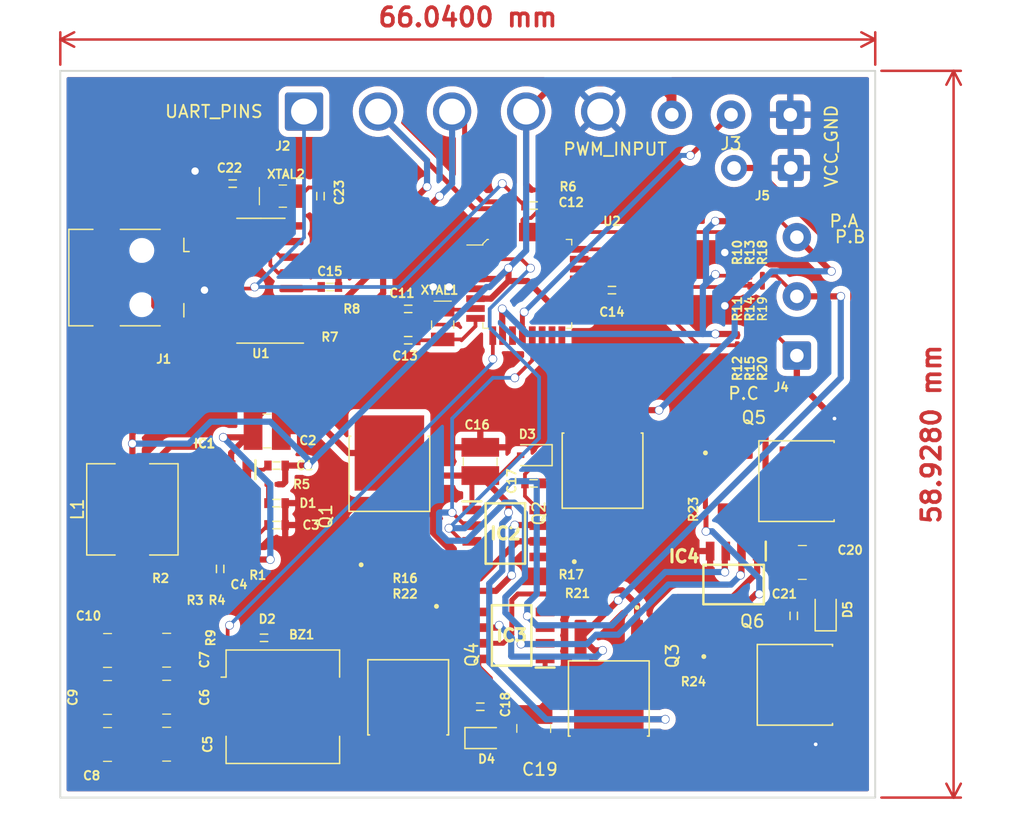
<source format=kicad_pcb>
(kicad_pcb (version 20211014) (generator pcbnew)
  (layers (0 "F.Cu" signal "Top") (31 "B.Cu" signal "Bottom") (34 "B.Paste" user) (35 "F.Paste" user) (36 "B.SilkS" user "B.Silkscreen") (37 "F.SilkS" user "F.Silkscreen") (38 "B.Mask" user) (39 "F.Mask" user) (44 "Edge.Cuts" user))
  (net 0 "")
  (net 1 "+12V")
  (net 2 "GND")
  (net 4 "VCC")
  (net 5 "Net-(C1-Pad1)")
  (net 6 "Net-(C3-Pad1)")
  (net 7 "Net-(C4-Pad2)")
  (net 8 "Net-(C4-Pad1)")
  (net 9 "Net-(C10-Pad1)")
  (net 10 "Net-(D1-Pad1)")
  (net 11 "Net-(IC1-Pad5)")
  (net 12 "Net-(IC1-Pad7)")
  (net 13 "Crystal_in")
  (net 14 "RESET")
  (net 15 "DTR")
  (net 16 "Crystal_out")
  (net 17 "Net-(C14-Pad2)")
  (net 18 "Net-(C15-Pad2)")
  (net 19 "D-")
  (net 20 "D+")
  (net 22 "unconnected-(J1-Pad6)")
  (net 23 "RX")
  (net 24 "Net-(R7-Pad2)")
  (net 25 "TX")
  (net 26 "Net-(R8-Pad2)")
  (net 27 "CH_CRY_IN")
  (net 28 "CH_CRY_OUT")
  (net 35 "BUZZER")
  (net 36 "BL")
  (net 37 "AL")
  (net 38 "D6")
  (net 40 "PWM_IN")
  (net 41 "AH")
  (net 42 "BH")
  (net 43 "CH")
  (net 44 "D12")
  (net 46 "A6")
  (net 47 "A7")
  (net 48 "A0")
  (net 49 "A1")
  (net 50 "A2")
  (net 51 "A3")
  (net 52 "A4")
  (net 53 "A5")
  (net 54 "CL")
  (net 55 "Net-(D2-Pad1)")
  (net 56 "Net-(C17-Pad2)")
  (net 57 "PhaseA")
  (net 58 "Net-(C18-Pad2)")
  (net 59 "PhaseB")
  (net 60 "Net-(C21-Pad2)")
  (net 61 "PhaseC")
  (net 62 "Net-(IC2-Pad5)")
  (net 63 "Net-(IC2-Pad7)")
  (net 64 "Net-(IC3-Pad5)")
  (net 65 "Net-(IC3-Pad7)")
  (net 66 "Net-(IC4-Pad5)")
  (net 67 "Net-(IC4-Pad7)")
  (net 68 "Net-(Q1-Pad1)")
  (net 69 "Net-(Q2-Pad1)")
  (net 70 "Net-(Q3-Pad1)")
  (net 71 "Net-(Q4-Pad1)")
  (net 72 "Net-(Q5-Pad1)")
  (net 73 "Net-(Q6-Pad1)")
  (footprint "Package_SO:SOIC-16_3.9x9.9mm_P1.27mm" (layer "F.Cu") (at 127.254 88.646 180)
    (fp_text reference "U1")
    (fp_text value "CH340C")
  )
  (footprint "digikey-footprints:1210" (layer "F.Cu") (at 114.808 126.238 180)
    (fp_text reference "C8")
    (fp_text value "10UF-1210-50V-20%")
  )
  (footprint "Resistor_SMD:R_0201_0603Metric_Pad0.64x0.40mm_HandSolder" (layer "F.Cu") (at 165.862 88.646 -90)
    (fp_text reference "R11")
    (fp_text value "33KOHM-0603-1_10W-1%")
  )
  (footprint "digikey-footprints:0603" (layer "F.Cu") (at 155.702 89.408 180)
    (fp_text reference "C14")
    (fp_text value "100nF-0603-100V-10%")
  )
  (footprint "digikey-footprints:0603" (layer "F.Cu") (at 139.192 93.472)
    (fp_text reference "C13")
    (fp_text value "22pF-0603-100V-10%")
  )
  (footprint "digikey-footprints:1210" (layer "F.Cu") (at 145.034 103.3 90)
    (fp_text reference "C16")
    (fp_text value "10UF-1210-50V-20%")
  )
  (footprint "Connector_Wire:SolderWire-0.5sqmm_1x03_P4.8mm_D0.9mm_OD2.3mm" (layer "F.Cu") (at 170.154 75.184 180)
    (fp_text reference "J3")
    (fp_text value "Conn_01x03_Male")
  )
  (footprint "IR2101STRPBF:SOIC127P600X175-8N" (layer "F.Cu") (at 165.562 113.28 -90)
    (fp_text reference "IC4")
    (fp_text value "IR2101STRPBF" hide)
  )
  (footprint "Buzzer_Beeper:Buzzer_CUI_CPT-9019S-SMT" (layer "F.Cu") (at 129.032 123.19)
    (fp_text reference "BZ1")
    (fp_text value "PKMCS0909E4000-R1")
  )
  (footprint "IRLR7843TRPBF:TO229P990X239-3_4N" (layer "F.Cu") (at 169.702 121.412)
    (fp_text reference "Q6")
    (fp_text value "IRLR7843TRPBF")
  )
  (footprint "Resistor_SMD:R_0201_0603Metric_Pad0.64x0.40mm_HandSolder" (layer "F.Cu") (at 165.862 93.472 -90)
    (fp_text reference "R12")
    (fp_text value "33KOHM-0603-1_10W-1%")
  )
  (footprint "digikey-footprints:0603" (layer "F.Cu") (at 149.352 82.55)
    (fp_text reference "C12")
    (fp_text value "100nF-0603-100V-10%")
  )
  (footprint "Diode_SMD:D_SOD-323" (layer "F.Cu") (at 145.288 125.73)
    (fp_text reference "D4")
    (fp_text value "1N4148WS")
  )
  (footprint "digikey-footprints:TQFP-32_7x7mm" (layer "F.Cu") (at 148.844 88.9)
    (fp_text reference "U2")
    (fp_text value "ATMEGA328-AU")
  )
  (footprint "Diode_SMD:D_SOD-323" (layer "F.Cu") (at 173.02 115.536 90)
    (fp_text reference "D5")
    (fp_text value "1N4148WS")
  )
  (footprint "Resistor_SMD:R_0201_0603Metric_Pad0.64x0.40mm_HandSolder" (layer "F.Cu") (at 132.588 90.678 180)
    (fp_text reference "R8")
    (fp_text value "10KOHM-0603-1_10W-1%")
  )
  (footprint "digikey-footprints:0603" (layer "F.Cu") (at 145.034 123.19)
    (fp_text reference "C18")
    (fp_text value "2.2UF-0603-100V-10%")
  )
  (footprint "Resistor_SMD:R_0201_0603Metric_Pad0.64x0.40mm_HandSolder" (layer "F.Cu") (at 140.208 111.682 180)
    (fp_text reference "R16")
    (fp_text value "100OHM-0603-1_10W-1%")
  )
  (footprint "digikey-footprints:1210" (layer "F.Cu") (at 171.15 111.502)
    (fp_text reference "C20")
    (fp_text value "10UF-1210-50V-20%")
  )
  (footprint "digikey-footprints:1210" (layer "F.Cu") (at 119.634 122.428)
    (fp_text reference "C6")
    (fp_text value "10UF-1210-50V-20%")
  )
  (footprint "Resistor_SMD:R_0201_0603Metric_Pad0.64x0.40mm_HandSolder" (layer "F.Cu") (at 122.174 110.998)
    (fp_text reference "R4")
    (fp_text value "6.8KOHM-0603-1_10W-1%")
  )
  (footprint "digikey-footprints:1210" (layer "F.Cu") (at 114.808 118.618 180)
    (fp_text reference "C10")
    (fp_text value "10UF-1210-50V-20%")
  )
  (footprint "Resistor_SMD:R_0201_0603Metric_Pad0.64x0.40mm_HandSolder" (layer "F.Cu") (at 165.862 84.328 -90)
    (fp_text reference "R10")
    (fp_text value "33KOHM-0603-1_10W-1%")
  )
  (footprint "digikey-footprints:1210" (layer "F.Cu") (at 127.762 100.838)
    (fp_text reference "C2")
    (fp_text value "10UF-1210-50V-20%")
  )
  (footprint "IRLR7843TRPBF:TO229P990X239-3_4N" (layer "F.Cu") (at 155.448 121.696 -90)
    (fp_text reference "Q3")
    (fp_text value "IRLR7843TRPBF")
  )
  (footprint "Resistor_SMD:R_0201_0603Metric_Pad0.64x0.40mm_HandSolder" (layer "F.Cu") (at 166.878 84.328 90)
    (fp_text reference "R13")
    (fp_text value "33KOHM-0603-1_10W-1%")
  )
  (footprint "Resistor_SMD:R_0201_0603Metric_Pad0.64x0.40mm_HandSolder" (layer "F.Cu") (at 167.894 84.328 90)
    (fp_text reference "R18")
    (fp_text value "33KOHM-0603-1_10W-1%")
  )
  (footprint "IR2101STRPBF:SOIC127P600X175-8N" (layer "F.Cu") (at 147.066 109.142)
    (fp_text reference "IC2")
    (fp_text value "IR2101STRPBF" hide)
  )
  (footprint "Resistor_SMD:R_0201_0603Metric_Pad0.64x0.40mm_HandSolder" (layer "F.Cu") (at 141.986 114.347)
    (fp_text reference "R22")
    (fp_text value "100OHM-0603-1_10W-1%")
  )
  (footprint "Connector_USB:USB_Mini-B_Lumberg_2486_01_Horizontal" (layer "F.Cu") (at 117.602 88.392 -90)
    (fp_text reference "J1")
    (fp_text value "USB_B_Micro")
  )
  (footprint "Resistor_SMD:R_0201_0603Metric_Pad0.64x0.40mm_HandSolder" (layer "F.Cu") (at 152.908 115.046)
    (fp_text reference "R21")
    (fp_text value "100OHM-0603-1_10W-1%")
  )
  (footprint "Resistor_SMD:R_0201_0603Metric_Pad0.64x0.40mm_HandSolder" (layer "F.Cu") (at 166.878 88.646 90)
    (fp_text reference "R14")
    (fp_text value "33KOHM-0603-1_10W-1%")
  )
  (footprint "digikey-footprints:1210" (layer "F.Cu") (at 114.808 122.428 180)
    (fp_text reference "C9")
    (fp_text value "10UF-1210-50V-20%")
  )
  (footprint "digikey-footprints:0603" (layer "F.Cu") (at 128.524 106.68)
    (fp_text reference "D1")
    (fp_text value "LG_L29K-G2J1-24-Z")
  )
  (footprint "IRLR7843TRPBF:TO229P990X239-3_4N" (layer "F.Cu") (at 139.192 121.602 -90)
    (fp_text reference "Q4")
    (fp_text value "IRLR7843TRPBF")
  )
  (footprint "digikey-footprints:1210" (layer "F.Cu") (at 119.634 126.238)
    (fp_text reference "C5")
    (fp_text value "10UF-1210-50V-20%")
  )
  (footprint "Resistor_SMD:R_0201_0603Metric_Pad0.64x0.40mm_HandSolder" (layer "F.Cu") (at 163.276 107.2595 90)
    (fp_text reference "R23")
    (fp_text value "100OHM-0603-1_10W-1%")
  )
  (footprint "digikey-footprints:SMD-2_3.2x1.5mm" (layer "F.Cu") (at 141.986 92.202 -90)
    (fp_text reference "XTAL1")
    (fp_text value "ECS-_327-12_5-34B-TR")
  )
  (footprint "IRLR7843TRPBF:TO229P990X239-3_4N" (layer "F.Cu") (at 154.94 104.872 90)
    (fp_text reference "Q2")
    (fp_text value "IRLR7843TRPBF")
  )
  (footprint "Resistor_SMD:R_0201_0603Metric_Pad0.64x0.40mm_HandSolder" (layer "F.Cu") (at 124.968 117.856)
    (fp_text reference "R9")
    (fp_text value "100OHM-0603-1_10W-1%")
  )
  (footprint "digikey-footprints:0603" (layer "F.Cu") (at 170.434 115.82 90)
    (fp_text reference "C21")
    (fp_text value "2.2UF-0603-100V-10%")
  )
  (footprint "digikey-footprints:1210" (layer "F.Cu") (at 119.634 118.618)
    (fp_text reference "C7")
    (fp_text value "10UF-1210-50V-20%")
  )
  (footprint "digikey-footprints:0603" (layer "F.Cu") (at 139.192 90.932)
    (fp_text reference "C11")
    (fp_text value "22pF-0603-100V-10%")
  )
  (footprint "digikey-footprints:0603" (layer "F.Cu") (at 127.508 117.602)
    (fp_text reference "D2")
    (fp_text value "LG_L29K-G2J1-24-Z")
  )
  (footprint "Resistor_SMD:R_0201_0603Metric_Pad0.64x0.40mm_HandSolder" (layer "F.Cu") (at 162.306 119.0255 -90)
    (fp_text reference "R24")
    (fp_text value "100OHM-0603-1_10W-1%")
  )
  (footprint "Resistor_SMD:R_0201_0603Metric_Pad0.64x0.40mm_HandSolder" (layer "F.Cu") (at 122.174 112.014)
    (fp_text reference "R3")
    (fp_text value "6.8KOHM-0603-1_10W-1%")
  )
  (footprint "digikey-footprints:0603" (layer "F.Cu") (at 128.524 103.632)
    (fp_text reference "C1")
    (fp_text value "0.1UF-0603-100V-10%")
  )
  (footprint "digikey-footprints:1210" (layer "F.Cu") (at 149.352 124.968 -90)
    (fp_text reference "C19")
    (fp_text value "10UF-1210-50V-20%")
  )
  (footprint "Resistor_SMD:R_0201_0603Metric_Pad0.64x0.40mm_HandSolder" (layer "F.Cu") (at 167.894 88.646 90)
    (fp_text reference "R19")
    (fp_text value "33KOHM-0603-1_10W-1%")
  )
  (footprint "IR2101STRPBF:SOIC127P600X175-8N" (layer "F.Cu") (at 147.574 117.41 180)
    (fp_text reference "IC3")
    (fp_text value "IR2101STRPBF" hide)
  )
  (footprint "MP2307DN-LF-Z:SOIC127P600X170-9N" (layer "F.Cu") (at 124.206 106.68 -90)
    (fp_text reference "IC1")
    (fp_text value "MP2307DN-LF-Z" hide)
  )
  (footprint "digikey-footprints:0603" (layer "F.Cu") (at 128.524 108.458)
    (fp_text reference "C3")
    (fp_text value "0.1UF-0603-100V-10%")
  )
  (footprint "Resistor_SMD:R_0201_0603Metric_Pad0.64x0.40mm_HandSolder" (layer "F.Cu") (at 149.606 81.28)
    (fp_text reference "R6")
    (fp_text value "10KOHM-0603-1_10W-1%")
  )
  (footprint "digikey-footprints:SMD-2_3.2x1.5mm" (layer "F.Cu") (at 129.032 81.788)
    (fp_text reference "XTAL2")
    (fp_text value "ECS-_327-12_5-34B-TR")
  )
  (footprint "digikey-footprints:0603" (layer "F.Cu") (at 149.352 105.078 180)
    (fp_text reference "C17")
    (fp_text value "2.2UF-0603-100V-10%")
  )
  (footprint "Diode_SMD:D_SOD-323" (layer "F.Cu") (at 149.352 102.792 180)
    (fp_text reference "D3")
    (fp_text value "1N4148WS")
  )
  (footprint "Resistor_SMD:R_0201_0603Metric_Pad0.64x0.40mm_HandSolder" (layer "F.Cu") (at 167.894 93.3965 90)
    (fp_text reference "R20")
    (fp_text value "33KOHM-0603-1_10W-1%")
  )
  (footprint "digikey-footprints:0603" (layer "F.Cu") (at 132.08 81.788 90)
    (fp_text reference "C23")
    (fp_text value "22pF-0603-100V-10%")
  )
  (footprint "Resistor_SMD:R_0201_0603Metric_Pad0.64x0.40mm_HandSolder" (layer "F.Cu") (at 125.73 111.252)
    (fp_text reference "R1")
    (fp_text value "100KOHM-0603-1_10W-1%")
  )
  (footprint "Resistor_SMD:R_0201_0603Metric_Pad0.64x0.40mm_HandSolder" (layer "F.Cu") (at 132.588 91.694 180)
    (fp_text reference "R7")
    (fp_text value "10KOHM-0603-1_10W-1%")
  )
  (footprint "Connector_Wire:SolderWire-0.5sqmm_1x02_P4.6mm_D0.9mm_OD2.1mm" (layer "F.Cu") (at 170.194 79.502 180)
    (fp_text reference "J5")
    (fp_text value "Conn_01x02_Male")
  )
  (footprint "digikey-footprints:0603" (layer "F.Cu") (at 123.952 112.014 -90)
    (fp_text reference "C4")
    (fp_text value "0.1UF-0603-100V-10%")
  )
  (footprint "IRLR7843TRPBF:TO229P990X239-3_4N" (layer "F.Cu") (at 137.668 105.126 90)
    (fp_text reference "Q1")
    (fp_text value "IRLR7843TRPBF")
  )
  (footprint "Resistor_SMD:R_0201_0603Metric_Pad0.64x0.40mm_HandSolder" (layer "F.Cu") (at 166.878 93.472 90)
    (fp_text reference "R15")
    (fp_text value "33KOHM-0603-1_10W-1%")
  )
  (footprint "Resistor_SMD:R_0201_0603Metric_Pad0.64x0.40mm_HandSolder" (layer "F.Cu") (at 122.174 113.03)
    (fp_text reference "R2")
    (fp_text value "6.8KOHM-0603-1_10W-1%")
  )
  (footprint "Resistor_SMD:R_0201_0603Metric_Pad0.64x0.40mm_HandSolder" (layer "F.Cu") (at 128.27 105.156)
    (fp_text reference "R5")
    (fp_text value "6.8KOHM-0603-1_10W-1%")
  )
  (footprint "IRLR7843TRPBF:TO229P990X239-3_4N" (layer "F.Cu") (at 169.832 104.898)
    (fp_text reference "Q5")
    (fp_text value "IRLR7843TRPBF")
  )
  (footprint "Resistor_SMD:R_0201_0603Metric_Pad0.64x0.40mm_HandSolder" (layer "F.Cu") (at 152.4 111.428 180)
    (fp_text reference "R17")
    (fp_text value "100OHM-0603-1_10W-1%")
  )
  (footprint "digikey-footprints:0603" (layer "F.Cu") (at 124.968 80.772)
    (fp_text reference "C22")
    (fp_text value "22pF-0603-100V-10%")
  )
  (footprint "Connector_Wire:SolderWire-0.5sqmm_1x03_P4.8mm_D0.9mm_OD2.3mm" (layer "F.Cu") (at 170.688 94.716 90)
    (fp_text reference "J4")
    (fp_text value "Conn_01x03_Male")
  )
  (footprint "Inductor_SMD:L_7.3x7.3_H4.5" (layer "F.Cu") (at 116.84 107.188 90)
    (fp_text reference "L1")
    (fp_text value "INDUCTOR")
  )
  (footprint "digikey-footprints:0603" (layer "F.Cu") (at 132.842 89.154 180)
    (fp_text reference "C15")
    (fp_text value "100nF-0603-100V-10%")
  )
  (footprint "Connector_Wire:SolderWire-1.5sqmm_1x05_P6mm_D1.7mm_OD3mm" (layer "F.Cu") (at 130.748 74.93)
    (fp_text reference "J2")
    (fp_text value "Conn_01x05_Female")
  )
  (gr_rect (start 177.038 130.556) (end 110.998 71.628) (layer "Edge.Cuts") (width 0.15) (fill none))
  (gr_text "P.A\n" (at 174.498 83.82) (layer "F.SilkS") (effects (font (size 1 1))))
  (gr_text "P.B\n" (at 175.006 85.09) (layer "F.SilkS") (effects (font (size 1 1))))
  (gr_text "VCC_GND\n" (at 173.482 77.724 90) (layer "F.SilkS") (effects (font (size 1 1))))
  (gr_text "UART_PINS\n" (at 123.444 74.93) (layer "F.SilkS") (effects (font (size 1 1))))
  (gr_text "P.C\n" (at 166.37 97.79) (layer "F.SilkS") (effects (font (size 1 1))))
  (gr_text "PWM_INPUT" (at 155.956 77.978) (layer "F.SilkS") (effects (font (size 1 1))))
  (dimension (type aligned) (layer "F.Cu") (pts (xy 177.038 71.628) (xy 177.038 130.556)) (height -6.35) (gr_text "58.9280 mm" (at 181.588 101.092 90) (layer "F.Cu") (effects (font (size 1.5 1.5) (thickness 0.3)))) (format (units 3) (units_format 1) (precision 4)) (style (thickness 0.2) (arrow_length 1.27) (text_position_mode 0) (extension_height 0.58642) (extension_offset 0.5) keep_text_aligned))
  (dimension (type aligned) (layer "F.Cu") (pts (xy 177.038 71.628) (xy 110.998 71.628)) (height 2.54) (gr_text "66.0400 mm" (at 144.018 67.288) (layer "F.Cu") (effects (font (size 1.5 1.5) (thickness 0.3)))) (format (units 3) (units_format 1) (precision 4)) (style (thickness 0.2) (arrow_length 1.27) (text_position_mode 0) (extension_height 0.58642) (extension_offset 0.5) keep_text_aligned))
  (segment (start 165.594 79.502) (end 167.269426 79.502) (width 0.5) (layer "F.Cu") (net 1))
  (segment (start 170.005 107.235) (end 170.005 111.502) (width 0.5) (layer "F.Cu") (net 1))
  (segment (start 148.245 123.823) (end 149.352 123.823) (width 0.5) (layer "F.Cu") (net 1))
  (segment (start 170.005 111.502) (end 170.005 112.267) (width 0.5) (layer "F.Cu") (net 1))
  (segment (start 128.392 98.298) (end 126.617 100.073) (width 0.5) (layer "F.Cu") (net 1))
  (segment (start 170.005 112.267) (end 172.224 114.486) (width 0.5) (layer "F.Cu") (net 1))
  (segment (start 139.497 104.445) (end 145.034 104.445) (width 0.5) (layer "F.Cu") (net 1))
  (segment (start 172.224 114.486) (end 173.02 114.486) (width 0.5) (layer "F.Cu") (net 1))
  (segment (start 124.841 103.968) (end 124.841 102.614) (width 0.5) (layer "F.Cu") (net 1))
  (segment (start 134.366 102.616) (end 130.048 98.298) (width 0.5) (layer "F.Cu") (net 1))
  (segment (start 167.269426 79.502) (end 175.26 87.492574) (width 0.5) (layer "F.Cu") (net 1))
  (segment (start 150.286 122.889) (end 149.352 123.823) (width 0.4) (layer "F.Cu") (net 1))
  (segment (start 175.26 101.98) (end 172.342 104.898) (width 0.5) (layer "F.Cu") (net 1))
  (segment (start 134.366 102.616) (end 137.668 102.616) (width 0.5) (layer "F.Cu") (net 1))
  (segment (start 137.668 102.616) (end 139.497 104.445) (width 0.5) (layer "F.Cu") (net 1))
  (segment (start 165.469371 114.3) (end 161.036 114.3) (width 0.5) (layer "F.Cu") (net 1))
  (segment (start 155.448 124.206) (end 160.02 124.206) (width 0.5) (layer "F.Cu") (net 1))
  (segment (start 159.766 119.888) (end 155.448 124.206) (width 0.5) (layer "F.Cu") (net 1))
  (segment (start 146.338 125.73) (end 148.245 123.823) (width 0.5) (layer "F.Cu") (net 1))
  (segment (start 167.467 112.302371) (end 165.469371 114.3) (width 0.5) (layer "F.Cu") (net 1))
  (segment (start 148.302 102.792) (end 146.649 104.445) (width 0.4) (layer "F.Cu") (net 1))
  (segment (start 144.354 105.125) (end 145.034 104.445) (width 0.4) (layer "F.Cu") (net 1))
  (segment (start 146.649 104.445) (end 145.034 104.445) (width 0.4) (layer "F.Cu") (net 1))
  (segment (start 161.036 114.3) (end 159.766 115.57) (width 0.5) (layer "F.Cu") (net 1))
  (segment (start 126.617 100.073) (end 126.617 100.838) (width 0.5) (layer "F.Cu") (net 1))
  (segment (start 124.206 101.346) (end 126.109 101.346) (width 0.5) (layer "F.Cu") (net 1))
  (segment (start 149.735 124.206) (end 149.352 123.823) (width 0.5) (layer "F.Cu") (net 1))
  (segment (start 150.286 119.315) (end 150.286 122.889) (width 0.4) (layer "F.Cu") (net 1))
  (segment (start 147.32 107.442) (end 147.32 106.731) (width 0.5) (layer "F.Cu") (net 1))
  (segment (start 124.841 102.614) (end 126.617 100.838) (width 0.5) (layer "F.Cu") (net 1))
  (segment (start 126.109 101.346) (end 126.617 100.838) (width 0.5) (layer "F.Cu") (net 1))
  (segment (start 159.766 115.57) (end 159.766 119.888) (width 0.5) (layer "F.Cu") (net 1))
  (segment (start 167.467 110.568) (end 167.467 112.302371) (width 0.5) (layer "F.Cu") (net 1))
  (segment (start 155.448 124.206) (end 149.735 124.206) (width 0.5) (layer "F.Cu") (net 1))
  (segment (start 147.32 106.731) (end 145.034 104.445) (width 0.5) (layer "F.Cu") (net 1))
  (segment (start 144.354 107.237) (end 144.354 105.125) (width 0.4) (layer "F.Cu") (net 1))
  (segment (start 169.071 110.568) (end 170.005 111.502) (width 0.5) (layer "F.Cu") (net 1))
  (segment (start 172.342 104.898) (end 170.005 107.235) (width 0.5) (layer "F.Cu") (net 1))
  (segment (start 175.26 87.492574) (end 175.26 101.98) (width 0.5) (layer "F.Cu") (net 1))
  (segment (start 167.467 110.568) (end 169.071 110.568) (width 0.5) (layer "F.Cu") (net 1))
  (segment (start 126.1375 111.252) (end 128.016 111.252) (width 0.5) (layer "F.Cu") (net 1))
  (segment (start 130.048 98.298) (end 128.392 98.298) (width 0.5) (layer "F.Cu") (net 1))
  (via (at 128.016 111.252) (size 0.7) (drill 0.6) (layers "F.Cu" "B.Cu") (net 1))
  (via (at 147.32 107.442) (size 0.7) (drill 0.6) (layers "F.Cu" "B.Cu") (net 1))
  (via (at 124.206 101.346) (size 0.7) (drill 0.6) (layers "F.Cu" "B.Cu") (net 1))
  (via (at 160.02 124.206) (size 0.7) (drill 0.6) (layers "F.Cu" "B.Cu") (net 1))
  (segment (start 145.758 119.596) (end 150.368 124.206) (width 0.5) (layer "B.Cu") (net 1))
  (segment (start 145.758 113.206629) (end 145.758 119.596) (width 0.5) (layer "B.Cu") (net 1))
  (segment (start 146.812 112.152629) (end 145.758 113.206629) (width 0.5) (layer "B.Cu") (net 1))
  (segment (start 147.32 107.834629) (end 146.812 108.342629) (width 0.5) (layer "B.Cu") (net 1))
  (segment (start 147.32 107.442) (end 147.32 107.834629) (width 0.5) (layer "B.Cu") (net 1))
  (segment (start 128.016 105.156) (end 124.206 101.346) (width 0.5) (layer "B.Cu") (net 1))
  (segment (start 150.368 124.206) (end 160.02 124.206) (width 0.5) (layer "B.Cu") (net 1))
  (segment (start 128.016 111.252) (end 128.016 105.156) (width 0.5) (layer "B.Cu") (net 1))
  (segment (start 146.812 108.342629) (end 146.812 112.152629) (width 0.5) (layer "B.Cu") (net 1))
  (segment (start 144.498 89.154) (end 144.644 89.3) (width 0.3) (layer "F.Cu") (net 2))
  (segment (start 144.644 87.7) (end 143.948 87.7) (width 0.3) (layer "F.Cu") (net 2))
  (segment (start 143.948 87.7) (end 142.494 89.154) (width 0.3) (layer "F.Cu") (net 2))
  (segment (start 153.044 88.5) (end 155.494 88.5) (width 0.3) (layer "F.Cu") (net 2))
  (segment (start 155.494 88.5) (end 156.402 89.408) (width 0.3) (layer "F.Cu") (net 2))
  (segment (start 141.224 89.154) (end 142.494 89.154) (width 0.3) (layer "F.Cu") (net 2))
  (segment (start 142.494 89.154) (end 144.498 89.154) (width 0.3) (layer "F.Cu") (net 2))
  (via (at 122.682 89.408) (size 0.7) (drill 0.6) (layers "F.Cu" "B.Cu") (net 2))
  (via (at 142.494 89.154) (size 0.7) (drill 0.6) (layers "F.Cu" "B.Cu") (net 2))
  (via (at 121.92 79.756) (size 0.7) (drill 0.6) (layers "F.Cu" "B.Cu") (net 2))
  (via (at 164.846 90.678) (size 0.7) (drill 0.6) (layers "F.Cu" "B.Cu") (net 2))
  (via (at 164.846 86.36) (size 0.7) (drill 0.6) (layers "F.Cu" "B.Cu") (net 2))
  (via (at 141.224 89.154) (size 0.7) (drill 0.6) (layers "F.Cu" "B.Cu") (net 2))
  (segment (start 119.126 91.186) (end 121.158 91.186) (width 0.5) (layer "F.Cu") (net 4))
  (segment (start 148.748 80.8295) (end 149.1985 81.28) (width 0.5) (layer "F.Cu") (net 4))
  (segment (start 147.32 88.674) (end 148.872 88.674) (width 0.5) (layer "F.Cu") (net 4))
  (segment (start 118.008 103.988) (end 119.888 102.108) (width 0.5) (layer "F.Cu") (net 4))
  (segment (start 129.224 104.964) (end 129.224 103.632) (width 0.5) (layer "F.Cu") (net 4))
  (segment (start 151.098 90.9) (end 153.044 90.9) (width 0.5) (layer "F.Cu") (net 4))
  (segment (start 122.936 102.108) (end 123.571 102.743) (width 0.5) (layer "F.Cu") (net 4))
  (segment (start 119.888 102.108) (end 122.936 102.108) (width 0.5) (layer "F.Cu") (net 4))
  (segment (start 145.894 90.1) (end 147.32 88.674) (width 0.5) (layer "F.Cu") (net 4))
  (segment (start 124.779 93.091) (end 116.84 101.03) (width 0.5) (layer "F.Cu") (net 4))
  (segment (start 151.034 72.644) (end 159.512 72.644) (width 0.5) (layer "F.Cu") (net 4))
  (segment (start 128.6775 105.156) (end 129.032 105.156) (width 0.5) (layer "F.Cu") (net 4))
  (segment (start 120.302 86.792) (end 119.0472 86.792) (width 0.5) (layer "F.Cu") (net 4))
  (segment (start 116.84 101.03) (end 116.84 101.854) (width 0.5) (layer "F.Cu") (net 4))
  (segment (start 148.872 88.674) (end 151.098 90.9) (width 0.5) (layer "F.Cu") (net 4))
  (segment (start 129.224 103.632) (end 131.064 103.632) (width 0.5) (layer "F.Cu") (net 4))
  (segment (start 123.063 93.091) (end 124.779 93.091) (width 0.5) (layer "F.Cu") (net 4))
  (segment (start 116.84 103.988) (end 116.84 101.854) (width 0.5) (layer "F.Cu") (net 4))
  (segment (start 148.748 74.93) (end 148.748 80.8295) (width 0.5) (layer "F.Cu") (net 4))
  (segment (start 118.618 90.678) (end 119.126 91.186) (width 0.5) (layer "F.Cu") (net 4))
  (segment (start 116.84 103.988) (end 118.008 103.988) (width 0.5) (layer "F.Cu") (net 4))
  (segment (start 160.528 75.158) (end 160.554 75.184) (width 0.8) (layer "F.Cu") (net 4))
  (segment (start 159.512 72.644) (end 160.528 73.66) (width 0.8) (layer "F.Cu") (net 4))
  (segment (start 144.644 90.1) (end 145.894 90.1) (width 0.5) (layer "F.Cu") (net 4))
  (segment (start 118.618 87.2212) (end 118.618 90.678) (width 0.5) (layer "F.Cu") (net 4))
  (segment (start 146.45 88.5) (end 144.644 88.5) (width 0.5) (layer "F.Cu") (net 4))
  (segment (start 160.528 73.66) (end 160.528 75.158) (width 0.8) (layer "F.Cu") (net 4))
  (segment (start 119.0472 86.792) (end 118.618 87.2212) (width 0.5) (layer "F.Cu") (net 4))
  (segment (start 121.158 91.186) (end 123.063 93.091) (width 0.5) (layer "F.Cu") (net 4))
  (segment (start 147.32 87.63) (end 146.45 88.5) (width 0.5) (layer "F.Cu") (net 4))
  (segment (start 148.748 74.93) (end 151.034 72.644) (width 0.5) (layer "F.Cu") (net 4))
  (segment (start 123.571 102.743) (end 123.571 103.968) (width 0.5) (layer "F.Cu") (net 4))
  (segment (start 147.32 88.674) (end 147.32 87.63) (width 0.5) (layer "F.Cu") (net 4))
  (segment (start 129.032 105.156) (end 129.224 104.964) (width 0.5) (layer "F.Cu") (net 4))
  (via (at 131.064 103.632) (size 0.7) (drill 0.6) (layers "F.Cu" "B.Cu") (net 4))
  (via (at 147.32 87.63) (size 0.7) (drill 0.6) (layers "F.Cu" "B.Cu") (net 4))
  (via (at 116.84 101.854) (size 0.7) (drill 0.6) (layers "F.Cu" "B.Cu") (net 4))
  (segment (start 148.336 86.614) (end 147.32 87.63) (width 0.5) (layer "B.Cu") (net 4))
  (segment (start 123.19 100.076) (end 128.016 100.076) (width 0.5) (layer "B.Cu") (net 4))
  (segment (start 147.32 87.63) (end 145.796 89.154) (width 0.5) (layer "B.Cu") (net 4))
  (segment (start 145.796 89.154) (end 145.542 89.154) (width 0.5) (layer "B.Cu") (net 4))
  (segment (start 145.542 89.154) (end 131.064 103.632) (width 0.5) (layer "B.Cu") (net 4))
  (segment (start 148.748 74.93) (end 148.748 86.202) (width 0.5) (layer "B.Cu") (net 4))
  (segment (start 131.064 103.124) (end 131.064 103.632) (width 0.5) (layer "B.Cu") (net 4))
  (segment (start 121.412 101.854) (end 123.19 100.076) (width 0.5) (layer "B.Cu") (net 4))
  (segment (start 128.016 100.076) (end 131.064 103.124) (width 0.5) (layer "B.Cu") (net 4))
  (segment (start 116.84 101.854) (end 121.412 101.854) (width 0.5) (layer "B.Cu") (net 4))
  (segment (start 148.748 86.202) (end 148.336 86.614) (width 0.5) (layer "B.Cu") (net 4))
  (segment (start 126.111 103.968) (end 127.488 103.968) (width 0.3) (layer "F.Cu") (net 5))
  (segment (start 127.488 103.968) (end 127.824 103.632) (width 0.3) (layer "F.Cu") (net 5))
  (segment (start 126.111 109.392) (end 126.89 109.392) (width 0.3) (layer "F.Cu") (net 6))
  (segment (start 126.89 109.392) (end 127.824 108.458) (width 0.3) (layer "F.Cu") (net 6))
  (segment (start 122.5815 113.03) (end 123.636 113.03) (width 0.3) (layer "F.Cu") (net 7))
  (segment (start 123.636 113.03) (end 123.952 112.714) (width 0.3) (layer "F.Cu") (net 7))
  (segment (start 123.444 110.49) (end 123.444 109.519) (width 0.3) (layer "F.Cu") (net 8))
  (segment (start 123.952 110.998) (end 123.444 110.49) (width 0.3) (layer "F.Cu") (net 8))
  (segment (start 123.952 111.314) (end 123.952 110.998) (width 0.3) (layer "F.Cu") (net 8))
  (segment (start 123.444 109.519) (end 123.571 109.392) (width 0.3) (layer "F.Cu") (net 8))
  (segment (start 118.77 110.388) (end 119.38 110.998) (width 0.3) (layer "F.Cu") (net 9))
  (segment (start 116.84 110.388) (end 115.824 111.404) (width 0.3) (layer "F.Cu") (net 9))
  (segment (start 115.824 118.489) (end 115.953 118.618) (width 0.3) (layer "F.Cu") (net 9))
  (segment (start 115.953 118.618) (end 118.489 118.618) (width 0.3) (layer "F.Cu") (net 9))
  (segment (start 116.84 110.388) (end 118.77 110.388) (width 0.3) (layer "F.Cu") (net 9))
  (segment (start 115.953 126.238) (end 118.489 126.238) (width 0.3) (layer "F.Cu") (net 9))
  (segment (start 118.489 122.428) (end 118.489 126.238) (width 0.3) (layer "F.Cu") (net 9))
  (segment (start 115.824 111.404) (end 115.824 118.489) (width 0.3) (layer "F.Cu") (net 9))
  (segment (start 115.953 118.618) (end 115.953 122.428) (width 0.3) (layer "F.Cu") (net 9))
  (segment (start 119.38 110.998) (end 121.7665 110.998) (width 0.3) (layer "F.Cu") (net 9))
  (segment (start 118.489 122.428) (end 115.953 122.428) (width 0.3) (layer "F.Cu") (net 9))
  (segment (start 127.824 106.68) (end 127.824 105.1945) (width 0.3) (layer "F.Cu") (net 10))
  (segment (start 127.824 105.1945) (end 127.8625 105.156) (width 0.3) (layer "F.Cu") (net 10))
  (segment (start 122.5815 110.998) (end 122.5815 112.014) (width 0.3) (layer "F.Cu") (net 11))
  (segment (start 122.301 110.363) (end 122.301 109.392) (width 0.3) (layer "F.Cu") (net 11))
  (segment (start 122.5815 110.6435) (end 122.301 110.363) (width 0.3) (layer "F.Cu") (net 11))
  (segment (start 122.5815 110.998) (end 122.5815 110.6435) (width 0.3) (layer "F.Cu") (net 11))
  (segment (start 124.841 110.109) (end 125.3225 110.5905) (width 0.3) (layer "F.Cu") (net 12))
  (segment (start 124.841 109.392) (end 124.841 110.109) (width 0.3) (layer "F.Cu") (net 12))
  (segment (start 125.3225 110.5905) (end 125.3225 111.252) (width 0.3) (layer "F.Cu") (net 12))
  (segment (start 144.547 90.997) (end 144.644 90.9) (width 0.3) (layer "F.Cu") (net 13))
  (segment (start 141.986 90.997) (end 144.547 90.997) (width 0.3) (layer "F.Cu") (net 13))
  (segment (start 141.921 90.932) (end 141.986 90.997) (width 0.3) (layer "F.Cu") (net 13))
  (segment (start 139.892 90.932) (end 141.921 90.932) (width 0.3) (layer "F.Cu") (net 13))
  (segment (start 150.052 82.65) (end 149.136 83.566) (width 0.3) (layer "F.Cu") (net 14))
  (segment (start 148.59 83.566) (end 148.444 83.712) (width 0.3) (layer "F.Cu") (net 14))
  (segment (start 150.0135 81.28) (end 150.0135 82.5115) (width 0.3) (layer "F.Cu") (net 14))
  (segment (start 148.444 83.712) (end 148.444 84.7) (width 0.3) (layer "F.Cu") (net 14))
  (segment (start 149.136 83.566) (end 148.59 83.566) (width 0.3) (layer "F.Cu") (net 14))
  (segment (start 150.052 82.55) (end 150.052 82.65) (width 0.3) (layer "F.Cu") (net 14))
  (segment (start 150.0135 82.5115) (end 150.052 82.55) (width 0.3) (layer "F.Cu") (net 14))
  (segment (start 147.066 81.026) (end 146.812 80.772) (width 0.3) (layer "F.Cu") (net 15))
  (segment (start 126.619 89.281) (end 126.746 89.154) (width 0.3) (layer "F.Cu") (net 15))
  (segment (start 124.779 89.281) (end 126.619 89.281) (width 0.3) (layer "F.Cu") (net 15))
  (segment (start 148.652 82.55) (end 148.59 82.55) (width 0.3) (layer "F.Cu") (net 15))
  (segment (start 148.59 82.55) (end 147.066 81.026) (width 0.3) (layer "F.Cu") (net 15))
  (via (at 146.812 80.772) (size 0.7) (drill 0.6) (layers "F.Cu" "B.Cu") (net 15))
  (via (at 126.746 89.154) (size 0.7) (drill 0.6) (layers "F.Cu" "B.Cu") (net 15))
  (segment (start 146.812 80.772) (end 138.43 89.154) (width 0.3) (layer "B.Cu") (net 15))
  (segment (start 138.43 89.154) (end 126.746 89.154) (width 0.3) (layer "B.Cu") (net 15))
  (segment (start 130.748 85.152) (end 130.748 74.93) (width 0.3) (layer "B.Cu") (net 15))
  (segment (start 126.746 89.154) (end 130.748 85.152) (width 0.3) (layer "B.Cu") (net 15))
  (segment (start 139.892 93.472) (end 141.921 93.472) (width 0.3) (layer "F.Cu") (net 16))
  (segment (start 144.644 92.338) (end 143.51 93.472) (width 0.3) (layer "F.Cu") (net 16))
  (segment (start 143.445 93.407) (end 141.986 93.407) (width 0.3) (layer "F.Cu") (net 16))
  (segment (start 141.921 93.472) (end 141.986 93.407) (width 0.3) (layer "F.Cu") (net 16))
  (segment (start 144.644 91.7) (end 144.644 92.338) (width 0.3) (layer "F.Cu") (net 16))
  (segment (start 143.51 93.472) (end 143.445 93.407) (width 0.3) (layer "F.Cu") (net 16))
  (segment (start 154.894 89.3) (end 155.002 89.408) (width 0.3) (layer "F.Cu") (net 17))
  (segment (start 153.044 89.3) (end 154.894 89.3) (width 0.3) (layer "F.Cu") (net 17))
  (segment (start 129.729 89.281) (end 132.015 89.281) (width 0.3) (layer "F.Cu") (net 18))
  (segment (start 132.015 89.281) (end 132.142 89.154) (width 0.3) (layer "F.Cu") (net 18))
  (segment (start 122.936 82.042) (end 122.174 82.804) (width 0.3) (layer "F.Cu") (net 19))
  (segment (start 121.196 87.592) (end 120.302 87.592) (width 0.3) (layer "F.Cu") (net 19))
  (segment (start 122.174 86.614) (end 121.196 87.592) (width 0.3) (layer "F.Cu") (net 19))
  (segment (start 129.729 86.741) (end 128.905 86.741) (width 0.3) (layer "F.Cu") (net 19))
  (segment (start 126.746 84.582) (end 126.746 82.804) (width 0.3) (layer "F.Cu") (net 19))
  (segment (start 122.174 82.804) (end 122.174 86.614) (width 0.3) (layer "F.Cu") (net 19))
  (segment (start 126.746 82.804) (end 125.984 82.042) (width 0.3) (layer "F.Cu") (net 19))
  (segment (start 125.984 82.042) (end 122.936 82.042) (width 0.3) (layer "F.Cu") (net 19))
  (segment (start 128.905 86.741) (end 126.746 84.582) (width 0.3) (layer "F.Cu") (net 19))
  (segment (start 122.682 87.312) (end 122.682 83.058) (width 0.3) (layer "F.Cu") (net 20))
  (segment (start 126.2936 85.1456) (end 128.016 86.868) (width 0.3) (layer "F.Cu") (net 20))
  (segment (start 121.602 88.392) (end 122.682 87.312) (width 0.3) (layer "F.Cu") (net 20))
  (segment (start 128.016 86.868) (end 128.016 87.376) (width 0.3) (layer "F.Cu") (net 20))
  (segment (start 128.651 88.011) (end 129.729 88.011) (width 0.3) (layer "F.Cu") (net 20))
  (segment (start 122.682 83.058) (end 122.936 82.804) (width 0.3) (layer "F.Cu") (net 20))
  (segment (start 122.936 82.804) (end 125.73 82.804) (width 0.3) (layer "F.Cu") (net 20))
  (segment (start 120.302 88.392) (end 121.602 88.392) (width 0.3) (layer "F.Cu") (net 20))
  (segment (start 128.016 87.376) (end 128.651 88.011) (width 0.3) (layer "F.Cu") (net 20))
  (segment (start 125.73 82.804) (end 126.2936 83.3676) (width 0.3) (layer "F.Cu") (net 20))
  (segment (start 126.2936 83.3676) (end 126.2936 85.1456) (width 0.3) (layer "F.Cu") (net 20))
  (segment (start 120.202 83.942) (end 114.752 83.942) (width 0.3) (layer "F.Cu") (net 22))
  (segment (start 114.752 83.942) (end 114.752 92.842) (width 0.3) (layer "F.Cu") (net 22))
  (segment (start 114.752 92.842) (end 120.202 92.842) (width 0.3) (layer "F.Cu") (net 22))
  (segment (start 135.128 91.694) (end 137.16 89.662) (width 0.5) (layer "F.Cu") (net 23))
  (segment (start 137.16 86.36) (end 141.732 81.788) (width 0.5) (layer "F.Cu") (net 23))
  (segment (start 132.9955 91.694) (end 135.128 91.694) (width 0.5) (layer "F.Cu") (net 23))
  (segment (start 145.1956 82.2516) (end 146.532812 82.2516) (width 0.4) (layer "F.Cu") (net 23))
  (segment (start 143.764 80.82) (end 145.1956 82.2516) (width 0.4) (layer "F.Cu") (net 23))
  (segment (start 143.764 75.946) (end 143.764 80.82) (width 0.4) (layer "F.Cu") (net 23))
  (segment (start 147.644 83.362788) (end 147.644 84.7) (width 0.4) (layer "F.Cu") (net 23))
  (segment (start 137.16 89.662) (end 137.16 86.36) (width 0.5) (layer "F.Cu") (net 23))
  (segment (start 142.748 74.93) (end 143.764 75.946) (width 0.4) (layer "F.Cu") (net 23))
  (segment (start 146.532812 82.2516) (end 147.644 83.362788) (width 0.4) (layer "F.Cu") (net 23))
  (via (at 141.732 81.788) (size 0.7) (drill 0.6) (layers "F.Cu" "B.Cu") (net 23))
  (segment (start 142.748 80.772) (end 142.748 74.93) (width 0.5) (layer "B.Cu") (net 23))
  (segment (start 141.732 81.788) (end 142.748 80.772) (width 0.5) (layer "B.Cu") (net 23))
  (segment (start 132.0535 91.821) (end 132.1805 91.694) (width 0.3) (layer "F.Cu") (net 24))
  (segment (start 129.729 91.821) (end 132.0535 91.821) (width 0.3) (layer "F.Cu") (net 24))
  (segment (start 132.9955 90.678) (end 133.5228 90.678) (width 0.5) (layer "F.Cu") (net 25))
  (segment (start 135.89 85.852) (end 140.716 81.026) (width 0.5) (layer "F.Cu") (net 25))
  (segment (start 135.89 88.3108) (end 135.89 85.852) (width 0.5) (layer "F.Cu") (net 25))
  (segment (start 146.304 82.804) (end 146.844 83.344) (width 0.4) (layer "F.Cu") (net 25))
  (segment (start 146.844 83.344) (end 146.844 84.7) (width 0.4) (layer "F.Cu") (net 25))
  (segment (start 144.526 82.804) (end 146.304 82.804) (width 0.4) (layer "F.Cu") (net 25))
  (segment (start 136.748 75.026) (end 144.526 82.804) (width 0.4) (layer "F.Cu") (net 25))
  (segment (start 136.748 74.93) (end 136.748 75.026) (width 0.4) (layer "F.Cu") (net 25))
  (segment (start 133.5228 90.678) (end 135.89 88.3108) (width 0.5) (layer "F.Cu") (net 25))
  (via (at 140.716 81.026) (size 0.7) (drill 0.6) (layers "F.Cu" "B.Cu") (net 25))
  (segment (start 140.716 78.898) (end 136.748 74.93) (width 0.5) (layer "B.Cu") (net 25))
  (segment (start 140.716 81.026) (end 140.716 78.898) (width 0.5) (layer "B.Cu") (net 25))
  (segment (start 129.729 90.551) (end 132.0535 90.551) (width 0.3) (layer "F.Cu") (net 26))
  (segment (start 132.0535 90.551) (end 132.1805 90.678) (width 0.3) (layer "F.Cu") (net 26))
  (segment (start 127.827 83.91379) (end 129.38421 85.471) (width 0.3) (layer "F.Cu") (net 27))
  (segment (start 129.38421 85.471) (end 129.729 85.471) (width 0.3) (layer "F.Cu") (net 27))
  (segment (start 125.668 80.772) (end 126.811 80.772) (width 0.3) (layer "F.Cu") (net 27))
  (segment (start 126.811 80.772) (end 127.827 81.788) (width 0.3) (layer "F.Cu") (net 27))
  (segment (start 127.827 81.788) (end 127.827 83.91379) (width 0.3) (layer "F.Cu") (net 27))
  (segment (start 129.729 82.296) (end 130.237 81.788) (width 0.3) (layer "F.Cu") (net 28))
  (segment (start 130.237 81.788) (end 130.429 81.788) (width 0.3) (layer "F.Cu") (net 28))
  (segment (start 131.126 81.088) (end 132.08 81.088) (width 0.3) (layer "F.Cu") (net 28))
  (segment (start 131.126 81.091) (end 131.126 81.088) (width 0.3) (layer "F.Cu") (net 28))
  (segment (start 130.429 81.788) (end 131.126 81.091) (width 0.3) (layer "F.Cu") (net 28))
  (segment (start 129.729 84.201) (end 129.729 82.296) (width 0.3) (layer "F.Cu") (net 28))
  (segment (start 124.5605 116.7395) (end 124.714 116.586) (width 0.3) (layer "F.Cu") (net 35))
  (segment (start 124.5605 122.7185) (end 125.032 123.19) (width 0.3) (layer "F.Cu") (net 35))
  (segment (start 146.05 94.996) (end 146.05 93.106) (width 0.3) (layer "F.Cu") (net 35))
  (segment (start 146.05 93.106) (end 146.044 93.1) (width 0.3) (layer "F.Cu") (net 35))
  (segment (start 124.5605 117.856) (end 124.5605 122.7185) (width 0.3) (layer "F.Cu") (net 35))
  (segment (start 124.5605 117.856) (end 124.5605 116.7395) (width 0.3) (layer "F.Cu") (net 35))
  (via (at 146.05 94.996) (size 0.7) (drill 0.6) (layers "F.Cu" "B.Cu") (net 35))
  (via (at 124.714 116.586) (size 0.7) (drill 0.6) (layers "F.Cu" "B.Cu") (net 35))
  (segment (start 124.714 116.586) (end 146.05 95.25) (width 0.3) (layer "B.Cu") (net 35))
  (segment (start 146.05 95.25) (end 146.05 94.996) (width 0.3) (layer "B.Cu") (net 35))
  (segment (start 149.098 87.63) (end 148.368 86.9) (width 0.3) (layer "F.Cu") (net 37))
  (segment (start 149.795 116.775) (end 150.286 116.775) (width 0.5) (layer "F.Cu") (net 37))
  (segment (start 164.846 112.268) (end 164.846 110.649) (width 0.5) (layer "F.Cu") (net 37))
  (segment (start 148.844 115.824) (end 149.795 116.775) (width 0.5) (layer "F.Cu") (net 37))
  (segment (start 144.354 109.777) (end 143.559 109.777) (width 0.3) (layer "F.Cu") (net 37))
  (segment (start 143.559 109.777) (end 142.494 108.712) (width 0.3) (layer "F.Cu") (net 37))
  (segment (start 148.368 86.9) (end 144.644 86.9) (width 0.3) (layer "F.Cu") (net 37))
  (segment (start 164.846 110.649) (end 164.927 110.568) (width 0.5) (layer "F.Cu") (net 37))
  (via (at 142.494 108.712) (size 0.7) (drill 0.6) (layers "F.Cu" "B.Cu") (net 37))
  (via (at 148.844 115.824) (size 0.7) (drill 0.6) (layers "F.Cu" "B.Cu") (net 37))
  (via (at 149.098 87.63) (size 0.7) (drill 0.6) (layers "F.Cu" "B.Cu") (net 37))
  (via (at 164.846 112.268) (size 0.7) (drill 0.6) (layers "F.Cu" "B.Cu") (net 37))
  (segment (start 143.764 108.712) (end 142.494 108.712) (width 0.5) (layer "B.Cu") (net 37))
  (segment (start 160.02 112.268) (end 164.846 112.268) (width 0.5) (layer "B.Cu") (net 37))
  (segment (start 155.702 116.586) (end 160.02 112.268) (width 0.5) (layer "B.Cu") (net 37))
  (segment (start 149.606 116.586) (end 155.702 116.586) (width 0.5) (layer "B.Cu") (net 37))
  (segment (start 147.828 94.488) (end 145.796 92.456) (width 0.3) (layer "B.Cu") (net 37))
  (segment (start 149.798 101.408) (end 149.798 96.458) (width 0.3) (layer "B.Cu") (net 37))
  (segment (start 148.844 87.884) (end 149.098 87.63) (width 0.3) (layer "B.Cu") (net 37))
  (segment (start 145.796 92.456) (end 145.796 90.932) (width 0.3) (layer "B.Cu") (net 37))
  (segment (start 148.844 115.824) (end 148.844 114.808) (width 0.5) (layer "B.Cu") (net 37))
  (segment (start 148.844 115.824) (end 149.606 116.586) (width 0.5) (layer "B.Cu") (net 37))
  (segment (start 149.798 96.458) (end 147.828 94.488) (width 0.3) (layer "B.Cu") (net 37))
  (segment (start 142.494 108.712) (end 149.798 101.408) (width 0.3) (layer "B.Cu") (net 37))
  (segment (start 149.606 114.046) (end 149.606 104.902) (width 0.5) (layer "B.Cu") (net 37))
  (segment (start 148.844 114.808) (end 149.606 114.046) (width 0.5) (layer "B.Cu") (net 37))
  (segment (start 145.796 90.932) (end 148.844 87.884) (width 0.3) (layer "B.Cu") (net 37))
  (segment (start 149.606 104.902) (end 147.574 104.902) (width 0.5) (layer "B.Cu") (net 37))
  (segment (start 147.574 104.902) (end 143.764 108.712) (width 0.5) (layer "B.Cu") (net 37))
  (segment (start 146.812 93.068) (end 146.844 93.1) (width 0.5) (layer "F.Cu") (net 38))
  (segment (start 165.862 88.2385) (end 164.1845 88.2385) (width 0.3) (layer "F.Cu") (net 38))
  (segment (start 146.812 90.932) (end 146.812 93.068) (width 0.5) (layer "F.Cu") (net 38))
  (segment (start 165.7615 83.82) (end 165.862 83.9205) (width 0.5) (layer "F.Cu") (net 38))
  (segment (start 146.844 90.964) (end 146.812 90.932) (width 0.5) (layer "F.Cu") (net 38))
  (segment (start 165.7615 92.964) (end 165.862 93.0645) (width 0.5) (layer "F.Cu") (net 38))
  (segment (start 164.1845 88.2385) (end 164.084 88.138) (width 0.3) (layer "F.Cu") (net 38))
  (segment (start 164.084 83.82) (end 165.7615 83.82) (width 0.5) (layer "F.Cu") (net 38))
  (segment (start 164.084 92.964) (end 165.7615 92.964) (width 0.5) (layer "F.Cu") (net 38))
  (via (at 164.084 92.964) (size 0.7) (drill 0.6) (layers "F.Cu" "B.Cu") (net 38))
  (via (at 164.084 88.138) (size 0.7) (drill 0.6) (layers "F.Cu" "B.Cu") (net 38))
  (via (at 146.812 90.932) (size 0.7) (drill 0.6) (layers "F.Cu" "B.Cu") (net 38))
  (via (at 164.084 83.82) (size 0.7) (drill 0.6) (layers "F.Cu" "B.Cu") (net 38))
  (segment (start 163.068 92.964) (end 163.068 89.154) (width 0.5) (layer "B.Cu") (net 38))
  (segment (start 163.322 88.9) (end 164.084 88.138) (width 0.5) (layer "B.Cu") (net 38))
  (segment (start 163.068 92.964) (end 164.084 92.964) (width 0.5) (layer "B.Cu") (net 38))
  (segment (start 148.844 92.964) (end 163.068 92.964) (width 0.5) (layer "B.Cu") (net 38))
  (segment (start 163.068 89.154) (end 163.322 88.9) (width 0.5) (layer "B.Cu") (net 38))
  (segment (start 146.812 90.932) (end 148.844 92.964) (width 0.5) (layer "B.Cu") (net 38))
  (segment (start 163.322 88.9) (end 163.322 84.582) (width 0.5) (layer "B.Cu") (net 38))
  (segment (start 163.322 84.582) (end 164.084 83.82) (width 0.5) (layer "B.Cu") (net 38))
  (segment (start 148.444 91.332) (end 148.444 93.1) (width 0.4) (layer "F.Cu") (net 40))
  (segment (start 165.354 75.184) (end 162.052 78.486) (width 0.4) (layer "F.Cu") (net 40))
  (segment (start 148.59 91.186) (end 148.444 91.332) (width 0.1524) (layer "F.Cu") (net 40))
  (via (at 148.59 91.186) (size 0.7) (drill 0.6) (layers "F.Cu" "B.Cu") (net 40))
  (via (at 162.052 78.486) (size 0.7) (drill 0.6) (layers "F.Cu" "B.Cu") (net 40))
  (segment (start 161.29 78.486) (end 148.59 91.186) (width 0.4) (layer "B.Cu") (net 40))
  (segment (start 162.052 78.486) (end 161.29 78.486) (width 0.4) (layer "B.Cu") (net 40))
  (segment (start 150.221 118.11) (end 150.286 118.045) (width 0.5) (layer "F.Cu") (net 41))
  (segment (start 143.813 108.507) (end 142.748 107.442) (width 0.3) (layer "F.Cu") (net 41))
  (segment (start 144.354 108.507) (end 143.813 108.507) (width 0.3) (layer "F.Cu") (net 41))
  (segment (start 147.828 96.52) (end 149.244 95.104) (width 0.3) (layer "F.Cu") (net 41))
  (segment (start 166.197 110.568) (end 166.197 112.441) (width 0.5) (layer "F.Cu") (net 41))
  (segment (start 148.336 118.11) (end 150.221 118.11) (width 0.5) (layer "F.Cu") (net 41))
  (segment (start 166.197 112.441) (end 166.116 112.522) (width 0.5) (layer "F.Cu") (net 41))
  (segment (start 149.244 95.104) (end 149.244 93.1) (width 0.3) (layer "F.Cu") (net 41))
  (via (at 147.828 96.52) (size 0.7) (drill 0.6) (layers "F.Cu" "B.Cu") (net 41))
  (via (at 166.116 112.522) (size 0.7) (drill 0.6) (layers "F.Cu" "B.Cu") (net 41))
  (via (at 142.748 107.442) (size 0.7) (drill 0.6) (layers "F.Cu" "B.Cu") (net 41))
  (via (at 148.336 118.11) (size 0.7) (drill 0.6) (layers "F.Cu" "B.Cu") (net 41))
  (segment (start 142.748 99.822) (end 142.748 107.442) (width 0.3) (layer "B.Cu") (net 41))
  (segment (start 165.354 113.284) (end 160.274 113.284) (width 0.5) (layer "B.Cu") (net 41))
  (segment (start 153.67 118.11) (end 148.336 118.11) (width 0.5) (layer "B.Cu") (net 41))
  (segment (start 148.647686 107.499686) (end 147.79 106.642) (width 0.5) (layer "B.Cu") (net 41))
  (segment (start 147.828 96.52) (end 146.05 96.52) (width 0.3) (layer "B.Cu") (net 41))
  (segment (start 148.647686 112.718314) (end 148.647686 107.499686) (width 0.5) (layer "B.Cu") (net 41))
  (segment (start 141.694 107.48) (end 141.732 107.442) (width 0.5) (layer "B.Cu") (net 41))
  (segment (start 147.79 106.642) (end 146.988629 106.642) (width 0.5) (layer "B.Cu") (net 41))
  (segment (start 148.336 116.84) (end 147.066 115.57) (width 0.5) (layer "B.Cu") (net 41))
  (segment (start 154.432 117.348) (end 153.67 118.11) (width 0.5) (layer "B.Cu") (net 41))
  (segment (start 147.066 115.57) (end 147.066 114.3) (width 0.5) (layer "B.Cu") (net 41))
  (segment (start 146.988629 106.642) (end 143.902629 109.728) (width 0.5) (layer "B.Cu") (net 41))
  (segment (start 141.694 109.043371) (end 141.694 107.48) (width 0.5) (layer "B.Cu") (net 41))
  (segment (start 160.274 113.284) (end 156.21 117.348) (width 0.5) (layer "B.Cu") (net 41))
  (segment (start 166.116 112.522) (end 165.354 113.284) (width 0.5) (layer "B.Cu") (net 41))
  (segment (start 143.902629 109.728) (end 142.378629 109.728) (width 0.5) (layer "B.Cu") (net 41))
  (segment (start 148.336 118.11) (end 148.336 116.84) (width 0.5) (layer "B.Cu") (net 41))
  (segment (start 156.21 117.348) (end 154.432 117.348) (width 0.5) (layer "B.Cu") (net 41))
  (segment (start 147.066 114.3) (end 148.647686 112.718314) (width 0.5) (layer "B.Cu") (net 41))
  (segment (start 146.05 96.52) (end 142.748 99.822) (width 0.3) (layer "B.Cu") (net 41))
  (segment (start 141.732 107.442) (end 142.748 107.442) (width 0.5) (layer "B.Cu") (net 41))
  (segment (start 142.378629 109.728) (end 141.694 109.043371) (width 0.5) (layer "B.Cu") (net 41))
  (segment (start 167.8185 93.8795) (end 167.894 93.804) (width 0.3) (layer "F.Cu") (net 48))
  (segment (start 162.7135 93.8795) (end 165.862 93.8795) (width 0.3) (layer "F.Cu") (net 48))
  (segment (start 165.862 93.8795) (end 167.8185 93.8795) (width 0.3) (layer "F.Cu") (net 48))
  (segment (start 153.044 86.9) (end 155.734 86.9) (width 0.3) (layer "F.Cu") (net 48))
  (segment (start 155.734 86.9) (end 162.7135 93.8795) (width 0.3) (layer "F.Cu") (net 48))
  (segment (start 155.696 86.1) (end 158.75 89.154) (width 0.3) (layer "F.Cu") (net 49))
  (segment (start 165.7615 89.154) (end 165.862 89.0535) (width 0.3) (layer "F.Cu") (net 49))
  (segment (start 153.044 86.1) (end 155.696 86.1) (width 0.3) (layer "F.Cu") (net 49))
  (segment (start 158.75 89.154) (end 165.7615 89.154) (width 0.3) (layer "F.Cu") (net 49))
  (segment (start 165.862 89.0535) (end 167.894 89.0535) (width 0.3) (layer "F.Cu") (net 49))
  (segment (start 151.644 84.7) (end 165.8265 84.7) (width 0.3) (layer "F.Cu") (net 50))
  (segment (start 165.862 84.7355) (end 166.878 84.7355) (width 0.3) (layer "F.Cu") (net 50))
  (segment (start 166.878 84.7355) (end 167.894 84.7355) (width 0.3) (layer "F.Cu") (net 50))
  (segment (start 165.8265 84.7) (end 165.862 84.7355) (width 0.3) (layer "F.Cu") (net 50))
  (segment (start 125.3755 117.856) (end 126.554 117.856) (width 0.3) (layer "F.Cu") (net 55))
  (segment (start 126.554 117.856) (end 126.808 117.602) (width 0.3) (layer "F.Cu") (net 55))
  (segment (start 148.652 105.078) (end 148.652 106.111) (width 0.3) (layer "F.Cu") (net 56))
  (segment (start 150.402 102.792) (end 150.192 102.792) (width 0.3) (layer "F.Cu") (net 56))
  (segment (start 150.192 102.792) (end 148.652 104.332) (width 0.3) (layer "F.Cu") (net 56))
  (segment (start 148.652 104.332) (end 148.652 105.078) (width 0.3) (layer "F.Cu") (net 56))
  (segment (start 148.652 106.111) (end 149.778 107.237) (width 0.3) (layer "F.Cu") (net 56))
  (segment (start 173.456 87.884) (end 173.482 87.884) (width 0.1524) (layer "F.Cu") (net 57))
  (segment (start 151.384 108.8183) (end 151.384 105.918) (width 0.5) (layer "F.Cu") (net 57))
  (segment (start 152.146 105.156) (end 150.13 105.156) (width 0.5) (layer "F.Cu") (net 57))
  (segment (start 158.159635 99.142365) (end 154.94 102.362) (width 0.5) (layer "F.Cu") (net 57))
  (segment (start 159.512 99.142365) (end 158.159635 99.142365) (width 0.5) (layer "F.Cu") (net 57))
  (segment (start 148.033 109.777) (end 149.778 109.777) (width 0.5) (layer "F.Cu") (net 57))
  (segment (start 151.384 105.918) (end 154.94 102.362) (width 0.5) (layer "F.Cu") (net 57))
  (segment (start 150.4253 109.777) (end 151.384 108.8183) (width 0.5) (layer "F.Cu") (net 57))
  (segment (start 149.778 109.777) (end 150.4253 109.777) (width 0.5) (layer "F.Cu") (net 57))
  (segment (start 150.13 105.156) (end 150.052 105.078) (width 0.5) (layer "F.Cu") (net 57))
  (segment (start 143.468 112.776) (end 145.034 112.776) (width 0.5) (layer "F.Cu") (net 57))
  (segment (start 170.688 85.116) (end 173.456 87.884) (width 0.5) (layer "F.Cu") (net 57))
  (segment (start 154.94 102.362) (end 152.146 105.156) (width 0.5) (layer "F.Cu") (net 57))
  (segment (start 139.958 109.266) (end 143.468 112.776) (width 0.5) (layer "F.Cu") (net 57))
  (segment (start 169.4925 83.9205) (end 170.688 85.116) (width 0.3) (layer "F.Cu") (net 57))
  (segment (start 145.034 112.776) (end 148.033 109.777) (width 0.5) (layer "F.Cu") (net 57))
  (segment (start 167.894 83.9205) (end 169.4925 83.9205) (width 0.3) (layer "F.Cu") (net 57))
  (via (at 173.482 87.884) (size 0.7) (drill 0.6) (layers "F.Cu" "B.Cu") (net 57))
  (via (at 159.512 99.142365) (size 0.7) (drill 0.6) (layers "F.Cu" "B.Cu") (net 57))
  (segment (start 165.646 93.008365) (end 159.512 99.142365) (width 0.5) (layer "B.Cu") (net 57))
  (segment (start 173.482 87.884) (end 168.656 87.884) (width 0.5) (layer "B.Cu") (net 57))
  (segment (start 168.656 87.884) (end 165.646 90.894) (width 0.5) (layer "B.Cu") (net 57))
  (segment (start 165.646 90.894) (end 165.646 93.008365) (width 0.5) (layer "B.Cu") (net 57))
  (segment (start 145.796 120.904) (end 145.796 123.128) (width 0.5) (layer "F.Cu") (net 58))
  (segment (start 145.734 124.234) (end 144.238 125.73) (width 0.5) (layer "F.Cu") (net 58))
  (segment (start 144.862 119.97) (end 145.796 120.904) (width 0.5) (layer "F.Cu") (net 58))
  (segment (start 145.734 123.19) (end 145.734 124.234) (width 0.5) (layer "F.Cu") (net 58))
  (segment (start 145.796 123.128) (end 145.734 123.19) (width 0.5) (layer "F.Cu") (net 58))
  (segment (start 144.862 119.315) (end 144.862 119.97) (width 0.5) (layer "F.Cu") (net 58))
  (segment (start 146.558 116.586) (end 146.369 116.775) (width 0.1524) (layer "F.Cu") (net 59))
  (segment (start 170.688 89.916) (end 173.99 89.916) (width 0.5) (layer "F.Cu") (net 59))
  (segment (start 146.369 116.775) (end 144.862 116.775) (width 0.5) (layer "F.Cu") (net 59))
  (segment (start 139.192 124.112) (end 143.412 124.112) (width 0.5) (layer "F.Cu") (net 59))
  (segment (start 153.208 117.556) (end 153.158 117.556) (width 0.1524) (layer "F.Cu") (net 59))
  (segment (start 173.99 89.916) (end 174.244 89.916) (width 0.1524) (layer "F.Cu") (net 59))
  (segment (start 156.21 114.554) (end 153.208 117.556) (width 0.5) (layer "F.Cu") (net 59))
  (segment (start 143.256 120.65) (end 143.256 117.348) (width 0.5) (layer "F.Cu") (net 59))
  (segment (start 154.94 118.618) (end 154.27 118.618) (width 0.5) (layer "F.Cu") (net 59))
  (segment (start 154.27 118.618) (end 153.208 117.556) (width 0.5) (layer "F.Cu") (net 59))
  (segment (start 169.0105 88.2385) (end 170.688 89.916) (width 0.3) (layer "F.Cu") (net 59))
  (segment (start 144.334 123.19) (end 144.334 121.728) (width 0.5) (layer "F.Cu") (net 59))
  (segment (start 143.412 124.112) (end 144.334 123.19) (width 0.5) (layer "F.Cu") (net 59))
  (segment (start 143.829 116.775) (end 144.862 116.775) (width 0.5) (layer "F.Cu") (net 59))
  (segment (start 144.334 121.728) (end 143.256 120.65) (width 0.5) (layer "F.Cu") (net 59))
  (segment (start 143.256 117.348) (end 143.829 116.775) (width 0.5) (layer "F.Cu") (net 59))
  (segment (start 167.894 88.2385) (end 169.0105 88.2385) (width 0.3) (layer "F.Cu") (net 59))
  (via (at 146.558 116.586) (size 0.7) (drill 0.6) (layers "F.Cu" "B.Cu") (net 59))
  (via (at 156.21 114.554) (size 0.7) (drill 0.6) (layers "F.Cu" "B.Cu") (net 59))
  (via (at 154.94 118.618) (size 0.7) (drill 0.6) (layers "F.Cu" "B.Cu") (net 59))
  (via (at 174.244 89.916) (size 0.7) (drill 0.6) (layers "F.Cu" "B.Cu") (net 59))
  (segment (start 147.536 117.778629) (end 147.536 119.088) (width 0.5) (layer "B.Cu") (net 59))
  (segment (start 147.574 117.740629) (end 147.536 117.778629) (width 0.5) (layer "B.Cu") (net 59))
  (segment (start 147.574 117.602) (end 147.574 117.740629) (width 0.5) (layer "B.Cu") (net 59))
  (segment (start 154.432 119.126) (end 154.94 118.618) (width 0.5) (layer "B.Cu") (net 59))
  (segment (start 147.574 119.126) (end 154.432 119.126) (width 0.5) (layer "B.Cu") (net 59))
  (segment (start 146.558 116.586) (end 147.574 117.602) (width 0.5) (layer "B.Cu") (net 59))
  (segment (start 147.536 119.088) (end 147.574 119.126) (width 0.5) (layer "B.Cu") (net 59))
  (segment (start 174.244 89.916) (end 174.244 96.52) (width 0.5) (layer "B.Cu") (net 59))
  (segment (start 174.244 96.52) (end 156.21 114.554) (width 0.5) (layer "B.Cu") (net 59))
  (segment (start 167.467 115.992) (end 168.234 115.992) (width 0.5) (layer "F.Cu") (net 60))
  (segment (start 171.762 115.12) (end 170.434 115.12) (width 0.5) (layer "F.Cu") (net 60))
  (segment (start 169.106 115.12) (end 170.434 115.12) (width 0.5) (layer "F.Cu") (net 60))
  (segment (start 173.02 116.586) (end 173.02 116.378) (width 0.5) (layer "F.Cu") (net 60))
  (segment (start 173.02 116.378) (end 171.762 115.12) (width 0.5) (layer "F.Cu") (net 60))
  (segment (start 168.234 115.992) (end 169.106 115.12) (width 0.5) (layer "F.Cu") (net 60))
  (segment (start 172.212 121.412) (end 170.434 119.634) (width 0.5) (layer "F.Cu") (net 61))
  (segment (start 170.688 94.716) (end 170.916 94.716) (width 0.3) (layer "F.Cu") (net 61))
  (segment (start 166.116 107.188) (end 165.692 107.188) (width 0.3) (layer "F.Cu") (net 61))
  (segment (start 167.894 92.71) (end 167.894 92.989) (width 0.3) (layer "F.Cu") (net 61))
  (segment (start 168.961 92.989) (end 170.688 94.716) (width 0.3) (layer "F.Cu") (net 61))
  (segment (start 170.688 98.552) (end 168.148 101.092) (width 0.5) (layer "F.Cu") (net 61))
  (segment (start 168.148 101.092) (end 168.148 105.156) (width 0.5) (layer "F.Cu") (net 61))
  (segment (start 170.688 94.716) (end 170.688 98.552) (width 0.5) (layer "F.Cu") (net 61))
  (segment (start 166.7571 118.2346) (end 169.0346 118.2346) (width 0.5) (layer "F.Cu") (net 61))
  (segment (start 167.894 92.989) (end 168.961 92.989) (width 0.3) (layer "F.Cu") (net 61))
  (segment (start 170.688 96.774) (end 170.688 94.716) (width 0.5) (layer "F.Cu") (net 61))
  (segment (start 173.736 99.822) (end 170.688 96.774) (width 0.5) (layer "F.Cu") (net 61))
  (segment (start 170.916 94.716) (end 170.942 94.742) (width 0.3) (layer "F.Cu") (net 61))
  (segment (start 164.927 116.4045) (end 166.7571 118.2346) (width 0.5) (layer "F.Cu") (net 61))
  (segment (start 168.148 105.156) (end 166.116 107.188) (width 0.5) (layer "F.Cu") (net 61))
  (segment (start 172.212 121.412) (end 172.212 126.238) (width 0.5) (layer "F.Cu") (net 61))
  (segment (start 169.0346 118.2346) (end 172.212 121.412) (width 0.5) (layer "F.Cu") (net 61))
  (segment (start 164.927 115.992) (end 164.927 116.4045) (width 0.5) (layer "F.Cu") (net 61))
  (segment (start 170.434 119.634) (end 170.434 116.52) (width 0.5) (layer "F.Cu") (net 61))
  (via (at 172.212 126.238) (size 0.6) (drill 0.3) (layers "F.Cu" "B.Cu") (net 61))
  (via (at 173.736 99.822) (size 0.6) (drill 0.3) (layers "F.Cu" "B.Cu") (net 61))
  (segment (start 173.482 100.076) (end 173.736 99.822) (width 0.5) (layer "B.Cu") (net 61))
  (segment (start 172.212 126.238) (end 172.212 101.346) (width 0.5) (layer "B.Cu") (net 61))
  (segment (start 172.212 101.346) (end 173.482 100.076) (width 0.5) (layer "B.Cu") (net 61))
  (segment (start 151.6115 111.047) (end 151.9925 111.428) (width 0.4) (layer "F.Cu") (net 62))
  (segment (start 149.778 111.047) (end 151.6115 111.047) (width 0.4) (layer "F.Cu") (net 62))
  (segment (start 143.51 113.792) (end 146.304 113.792) (width 0.5) (layer "F.Cu") (net 63))
  (segment (start 147.828 108.458) (end 149.729 108.458) (width 0.5) (layer "F.Cu") (net 63))
  (segment (start 146.304 113.792) (end 147.574 112.522) (width 0.5) (layer "F.Cu") (net 63))
  (segment (start 140.6155 111.682) (end 141.4 111.682) (width 0.5) (layer "F.Cu") (net 63))
  (segment (start 141.4 111.682) (end 143.51 113.792) (width 0.5) (layer "F.Cu") (net 63))
  (segment (start 149.729 108.458) (end 149.778 108.507) (width 0.5) (layer "F.Cu") (net 63))
  (via (at 147.574 112.522) (size 0.7) (drill 0.6) (layers "F.Cu" "B.Cu") (net 63))
  (via (at 147.828 108.458) (size 0.7) (drill 0.6) (layers "F.Cu" "B.Cu") (net 63))
  (segment (start 147.574 112.522) (end 147.574 108.712) (width 0.5) (layer "B.Cu") (net 63))
  (segment (start 147.574 108.712) (end 147.828 108.458) (width 0.5) (layer "B.Cu") (net 63))
  (segment (start 143.704 114.347) (end 144.862 115.505) (width 0.3) (layer "F.Cu") (net 64))
  (segment (start 142.3935 114.347) (end 143.704 114.347) (width 0.3) (layer "F.Cu") (net 64))
  (segment (start 151.892 114.046) (end 152.5005 114.6545) (width 0.4) (layer "F.Cu") (net 65))
  (segment (start 146.877 118.045) (end 147.586 117.336) (width 0.4) (layer "F.Cu") (net 65))
  (segment (start 147.586 114.542) (end 148.082 114.046) (width 0.4) (layer "F.Cu") (net 65))
  (segment (start 147.586 117.336) (end 147.586 114.542) (width 0.4) (layer "F.Cu") (net 65))
  (segment (start 144.862 118.045) (end 146.877 118.045) (width 0.4) (layer "F.Cu") (net 65))
  (segment (start 148.082 114.046) (end 151.892 114.046) (width 0.4) (layer "F.Cu") (net 65))
  (segment (start 152.5005 114.6545) (end 152.5005 115.046) (width 0.4) (layer "F.Cu") (net 65))
  (segment (start 161.544 119.126) (end 161.544 117.348) (width 0.5) (layer "F.Cu") (net 66))
  (segment (start 162.306 119.433) (end 161.851 119.433) (width 0.5) (layer "F.Cu") (net 66))
  (segment (start 161.544 117.348) (end 162.9 115.992) (width 0.5) (layer "F.Cu") (net 66))
  (segment (start 161.851 119.433) (end 161.544 119.126) (width 0.5) (layer "F.Cu") (net 66))
  (segment (start 162.9 115.992) (end 163.657 115.992) (width 0.5) (layer "F.Cu") (net 66))
  (segment (start 166.197 115.235) (end 167.132 114.3) (width 0.5) (layer "F.Cu") (net 67))
  (segment (start 166.197 115.992) (end 166.197 115.235) (width 0.5) (layer "F.Cu") (net 67))
  (segment (start 167.386 114.046) (end 167.64 114.046) (width 0.5) (layer "F.Cu") (net 67))
  (segment (start 163.322 108.966) (end 163.322 107.713) (width 0.4) (layer "F.Cu") (net 67))
  (segment (start 163.322 107.713) (end 163.276 107.667) (width 0.4) (layer "F.Cu") (net 67))
  (segment (start 167.132 114.3) (end 167.386 114.046) (width 0.5) (layer "F.Cu") (net 67))
  (via (at 163.322 108.966) (size 0.7) (drill 0.6) (layers "F.Cu" "B.Cu") (net 67))
  (via (at 167.64 114.046) (size 0.7) (drill 0.6) (layers "F.Cu" "B.Cu") (net 67))
  (segment (start 167.64 112.776) (end 163.83 108.966) (width 0.5) (layer "B.Cu") (net 67))
  (segment (start 163.576 108.966) (end 163.322 108.966) (width 0.5) (layer "B.Cu") (net 67))
  (segment (start 167.64 114.046) (end 167.64 112.776) (width 0.5) (layer "B.Cu") (net 67))
  (segment (start 163.83 108.966) (end 163.576 108.966) (width 0.5) (layer "B.Cu") (net 67))
  (segment (start 139.8005 111.682) (end 139.318 111.682) (width 0.5) (layer "F.Cu") (net 68))
  (segment (start 136.902 109.266) (end 135.378 109.266) (width 0.5) (layer "F.Cu") (net 68))
  (segment (start 139.318 111.682) (end 136.902 109.266) (width 0.5) (layer "F.Cu") (net 68))
  (segment (start 152.8075 109.1695) (end 152.65 109.012) (width 0.4) (layer "F.Cu") (net 69))
  (segment (start 152.8075 111.428) (end 152.8075 109.1695) (width 0.4) (layer "F.Cu") (net 69))
  (segment (start 157.738 117.556) (end 157.738 114.950629) (width 0.5) (layer "F.Cu") (net 70))
  (segment (start 157.738 114.950629) (end 156.541371 113.754) (width 0.5) (layer "F.Cu") (net 70))
  (segment (start 156.541371 113.754) (end 154.6075 113.754) (width 0.5) (layer "F.Cu") (net 70))
  (segment (start 154.6075 113.754) (end 153.3155 115.046) (width 0.5) (layer "F.Cu") (net 70))
  (segment (start 141.177 114.347) (end 141.5785 114.347) (width 0.5) (layer "F.Cu") (net 71))
  (segment (start 141.482 117.462) (end 140.716 116.696) (width 0.5) (layer "F.Cu") (net 71))
  (segment (start 140.716 114.808) (end 141.177 114.347) (width 0.5) (layer "F.Cu") (net 71))
  (segment (start 140.716 116.696) (end 140.716 114.808) (width 0.5) (layer "F.Cu") (net 71))
  (segment (start 163.276 105.024) (end 163.276 106.852) (width 0.4) (layer "F.Cu") (net 72))
  (segment (start 165.692 102.608) (end 163.276 105.024) (width 0.4) (layer "F.Cu") (net 72))
  (segment (start 163.83 118.364) (end 162.56 118.364) (width 0.5) (layer "F.Cu") (net 73))
  (segment (start 165.562 119.122) (end 164.588 119.122) (width 0.5) (layer "F.Cu") (net 73))
  (segment (start 164.588 119.122) (end 163.83 118.364) (width 0.5) (layer "F.Cu") (net 73))
  (segment (start 162.56 118.364) (end 162.306 118.618) (width 0.5) (layer "F.Cu") (net 73))
  (zone (net 2) (net_name "GND") (layers F&B.Cu) (connect_pads (clearance 0.508)) (min_thickness 0.254) (fill yes (thermal_gap 0.508) (thermal_bridge_width 0.508))
    (polygon (pts (xy 177.038 130.556) (xy 110.998 130.556) (xy 110.998 71.628) (xy 177.038 71.628)))
  )
)
</source>
